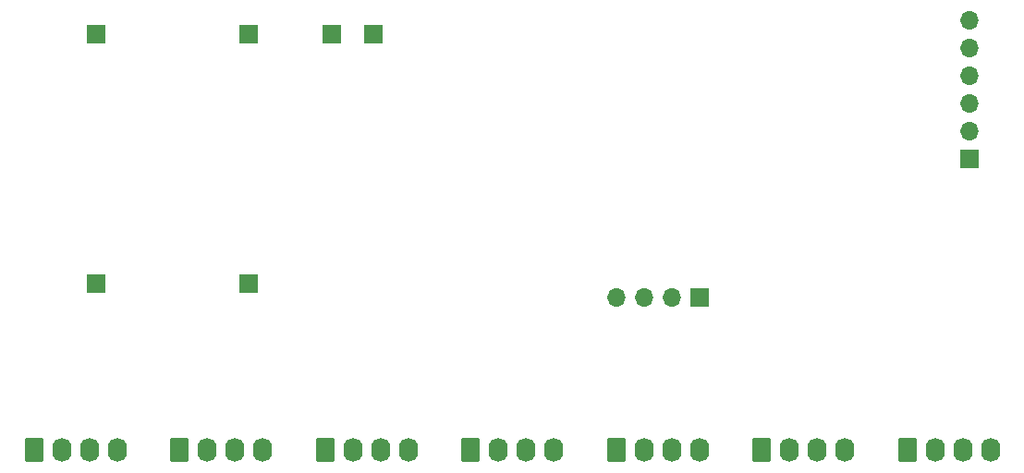
<source format=gbr>
%TF.GenerationSoftware,KiCad,Pcbnew,6.0.11+dfsg-1*%
%TF.CreationDate,2023-10-20T18:47:01+02:00*%
%TF.ProjectId,5x100A,35783130-3041-42e6-9b69-6361645f7063,rev?*%
%TF.SameCoordinates,Original*%
%TF.FileFunction,Soldermask,Bot*%
%TF.FilePolarity,Negative*%
%FSLAX46Y46*%
G04 Gerber Fmt 4.6, Leading zero omitted, Abs format (unit mm)*
G04 Created by KiCad (PCBNEW 6.0.11+dfsg-1) date 2023-10-20 18:47:01*
%MOMM*%
%LPD*%
G01*
G04 APERTURE LIST*
G04 Aperture macros list*
%AMRoundRect*
0 Rectangle with rounded corners*
0 $1 Rounding radius*
0 $2 $3 $4 $5 $6 $7 $8 $9 X,Y pos of 4 corners*
0 Add a 4 corners polygon primitive as box body*
4,1,4,$2,$3,$4,$5,$6,$7,$8,$9,$2,$3,0*
0 Add four circle primitives for the rounded corners*
1,1,$1+$1,$2,$3*
1,1,$1+$1,$4,$5*
1,1,$1+$1,$6,$7*
1,1,$1+$1,$8,$9*
0 Add four rect primitives between the rounded corners*
20,1,$1+$1,$2,$3,$4,$5,0*
20,1,$1+$1,$4,$5,$6,$7,0*
20,1,$1+$1,$6,$7,$8,$9,0*
20,1,$1+$1,$8,$9,$2,$3,0*%
G04 Aperture macros list end*
%ADD10R,1.700000X1.700000*%
%ADD11O,1.700000X1.700000*%
%ADD12RoundRect,0.250000X-0.620000X-0.845000X0.620000X-0.845000X0.620000X0.845000X-0.620000X0.845000X0*%
%ADD13O,1.740000X2.190000*%
G04 APERTURE END LIST*
D10*
%TO.C,J13*%
X161290000Y-100330000D03*
D11*
X161290000Y-97790000D03*
X161290000Y-95250000D03*
X161290000Y-92710000D03*
X161290000Y-90170000D03*
X161290000Y-87630000D03*
%TD*%
D10*
%TO.C,J4*%
X95250000Y-111760000D03*
%TD*%
D12*
%TO.C,J9*%
X115570000Y-127000000D03*
D13*
X118110000Y-127000000D03*
X120650000Y-127000000D03*
X123190000Y-127000000D03*
%TD*%
D12*
%TO.C,J11*%
X155575000Y-127000000D03*
D13*
X158115000Y-127000000D03*
X160655000Y-127000000D03*
X163195000Y-127000000D03*
%TD*%
D10*
%TO.C,J8*%
X136515000Y-113030000D03*
D11*
X133975000Y-113030000D03*
X131435000Y-113030000D03*
X128895000Y-113030000D03*
%TD*%
D12*
%TO.C,J12*%
X142240000Y-127000000D03*
D13*
X144780000Y-127000000D03*
X147320000Y-127000000D03*
X149860000Y-127000000D03*
%TD*%
D10*
%TO.C,J2*%
X102870000Y-88900000D03*
%TD*%
D12*
%TO.C,J10*%
X128905000Y-127000000D03*
D13*
X131445000Y-127000000D03*
X133985000Y-127000000D03*
X136525000Y-127000000D03*
%TD*%
D10*
%TO.C,J14*%
X106680000Y-88900000D03*
%TD*%
%TO.C,J15*%
X95250000Y-88900000D03*
%TD*%
D12*
%TO.C,J5*%
X75565000Y-127000000D03*
D13*
X78105000Y-127000000D03*
X80645000Y-127000000D03*
X83185000Y-127000000D03*
%TD*%
D12*
%TO.C,J7*%
X102235000Y-127020000D03*
D13*
X104775000Y-127020000D03*
X107315000Y-127020000D03*
X109855000Y-127020000D03*
%TD*%
D10*
%TO.C,J3*%
X81280000Y-111760000D03*
%TD*%
D12*
%TO.C,J6*%
X88900000Y-127020000D03*
D13*
X91440000Y-127020000D03*
X93980000Y-127020000D03*
X96520000Y-127020000D03*
%TD*%
D10*
%TO.C,J1*%
X81280000Y-88900000D03*
%TD*%
M02*

</source>
